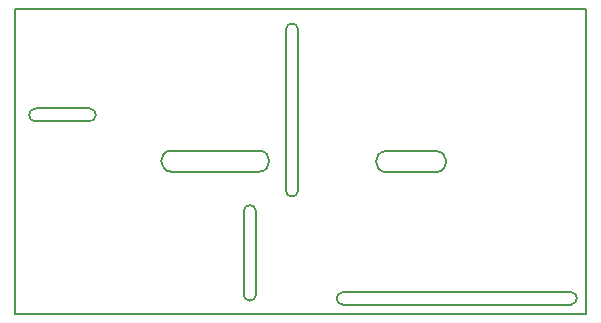
<source format=gbr>
G04 #@! TF.GenerationSoftware,KiCad,Pcbnew,(5.0.2)-1*
G04 #@! TF.CreationDate,2019-05-25T20:09:21+08:00*
G04 #@! TF.ProjectId,2RELAY,3252454c-4159-42e6-9b69-6361645f7063,rev?*
G04 #@! TF.SameCoordinates,Original*
G04 #@! TF.FileFunction,Profile,NP*
%FSLAX46Y46*%
G04 Gerber Fmt 4.6, Leading zero omitted, Abs format (unit mm)*
G04 Created by KiCad (PCBNEW (5.0.2)-1) date 2019-05-25 20:09:21*
%MOMM*%
%LPD*%
G01*
G04 APERTURE LIST*
%ADD10C,0.200000*%
%ADD11C,0.150000*%
G04 APERTURE END LIST*
D10*
X158175223Y-124567720D02*
G75*
G02X158158180Y-123515120I23597J526820D01*
G01*
X177506031Y-123513009D02*
G75*
G02X177492660Y-124564140I-23531J-525351D01*
G01*
X177512980Y-123512580D02*
X158150560Y-123515120D01*
X158186120Y-124566680D02*
X177479960Y-124566680D01*
D11*
X178790600Y-99517200D02*
X130462020Y-99517200D01*
D10*
X136776850Y-107964056D02*
G75*
G02X136712960Y-109059980I-43570J-547284D01*
G01*
X149790380Y-116648763D02*
G75*
G02X150842980Y-116631720I526820J-23597D01*
G01*
X150842551Y-123736771D02*
G75*
G02X149791420Y-123723400I-525351J23531D01*
G01*
X149788880Y-116631720D02*
X149788880Y-123725940D01*
X150842980Y-123746260D02*
X150842980Y-116634260D01*
X161861521Y-113364746D02*
G75*
G02X161825940Y-111574580I35540J896143D01*
G01*
X166095659Y-111567494D02*
G75*
G02X166131240Y-113357660I-35540J-896143D01*
G01*
X161843720Y-113360200D02*
X166161720Y-113355120D01*
X161836100Y-111569500D02*
X166105840Y-111569500D01*
X151107119Y-111524314D02*
G75*
G02X151142700Y-113314480I-35540J-896143D01*
G01*
X143675121Y-113316486D02*
G75*
G02X143639540Y-111526320I35540J896143D01*
G01*
X143637000Y-113314480D02*
X151127460Y-113314480D01*
X143642080Y-111526320D02*
X151132540Y-111526320D01*
X153359080Y-101276683D02*
G75*
G02X154411680Y-101259640I526820J-23597D01*
G01*
X154408711Y-114922971D02*
G75*
G02X153357580Y-114909600I-525351J23531D01*
G01*
X154411680Y-114904520D02*
X154411680Y-101244400D01*
X153357580Y-101246940D02*
X153357580Y-114940080D01*
X132134031Y-109058798D02*
G75*
G02X132199380Y-107972860I42489J542378D01*
G01*
X132156200Y-109062520D02*
X136715500Y-109062520D01*
X132196840Y-107967780D02*
X136809480Y-107967780D01*
D11*
X178790600Y-125402340D02*
X178790600Y-99517200D01*
X178790600Y-125402340D02*
X130454400Y-125402340D01*
X130454400Y-125402340D02*
X130462020Y-99517200D01*
M02*

</source>
